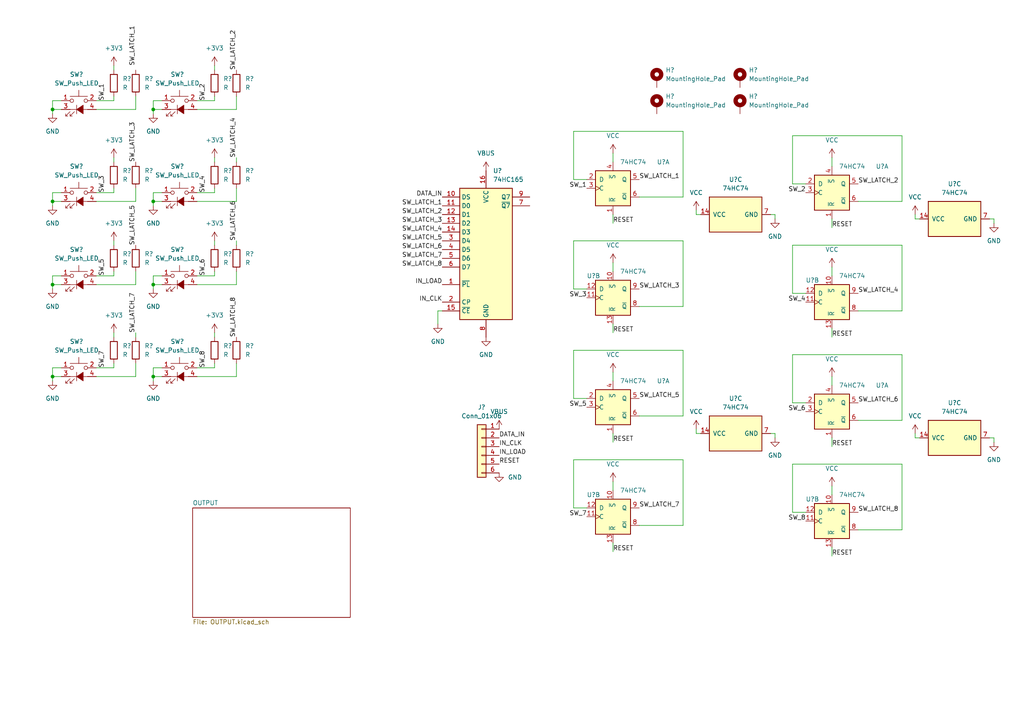
<source format=kicad_sch>
(kicad_sch (version 20211123) (generator eeschema)
  (paper "A4")
  (lib_symbols
    (symbol "74xx:74HC165"
      (property "Reference" "U" (at -7.62 19.05 0))
      (property "Value" "74HC165" (at -7.62 -21.59 0))
      (symbol "74HC165_1_0"
        (pin input line (at -12.7 -10.16 0) (length 5.08) (name "~{PL}") (number "1"))
        (pin input line (at -12.7 15.24 0) (length 5.08) (name "DS") (number "10"))
        (pin input line (at -12.7 12.7 0) (length 5.08) (name "D0") (number "11"))
        (pin input line (at -12.7 10.16 0) (length 5.08) (name "D1") (number "12"))
        (pin input line (at -12.7 7.62 0) (length 5.08) (name "D2") (number "13"))
        (pin input line (at -12.7 5.08 0) (length 5.08) (name "D3") (number "14"))
        (pin input line (at -12.7 -17.78 0) (length 5.08) (name "~{CE}") (number "15"))
        (pin power_in line (at 0 22.86 270) (length 5.08) (name "VCC") (number "16"))
        (pin input line (at -12.7 -15.24 0) (length 5.08) (name "CP") (number "2"))
        (pin input line (at -12.7 2.54 0) (length 5.08) (name "D4") (number "3"))
        (pin input line (at -12.7 0 0) (length 5.08) (name "D5") (number "4"))
        (pin input line (at -12.7 -2.54 0) (length 5.08) (name "D6") (number "5"))
        (pin input line (at -12.7 -5.08 0) (length 5.08) (name "D7") (number "6"))
        (pin output line (at 12.7 12.7 180) (length 5.08) (name "~{Q7}") (number "7"))
        (pin power_in line (at 0 -25.4 90) (length 5.08) (name "GND") (number "8"))
        (pin output line (at 12.7 15.24 180) (length 5.08) (name "Q7") (number "9"))
      )
      (symbol "74HC165_1_1"
        (rectangle (start -7.62 17.78) (end 7.62 -20.32) (stroke (width 0.254)) (fill (type background)))
      )
    )
    (symbol "74xx:74HC74" (pin_names (offset 1.016))
      (property "Reference" "U" (at -7.62 8.89 0))
      (property "Value" "74HC74" (at -7.62 -8.89 0))
      (symbol "74HC74_1_0"
        (pin input line (at 0 -7.62 90) (length 2.54) (name "~{R}") (number "1"))
        (pin input line (at -7.62 2.54 0) (length 2.54) (name "D") (number "2"))
        (pin input clock (at -7.62 0 0) (length 2.54) (name "C") (number "3"))
        (pin input line (at 0 7.62 270) (length 2.54) (name "~{S}") (number "4"))
        (pin output line (at 7.62 2.54 180) (length 2.54) (name "Q") (number "5"))
        (pin output line (at 7.62 -2.54 180) (length 2.54) (name "~{Q}") (number "6"))
      )
      (symbol "74HC74_1_1"
        (rectangle (start -5.08 5.08) (end 5.08 -5.08) (stroke (width 0.254)) (fill (type background)))
      )
      (symbol "74HC74_2_0"
        (pin input line (at 0 7.62 270) (length 2.54) (name "~{S}") (number "10"))
        (pin input clock (at -7.62 0 0) (length 2.54) (name "C") (number "11"))
        (pin input line (at -7.62 2.54 0) (length 2.54) (name "D") (number "12"))
        (pin input line (at 0 -7.62 90) (length 2.54) (name "~{R}") (number "13"))
        (pin output line (at 7.62 -2.54 180) (length 2.54) (name "~{Q}") (number "8"))
        (pin output line (at 7.62 2.54 180) (length 2.54) (name "Q") (number "9"))
      )
      (symbol "74HC74_2_1"
        (rectangle (start -5.08 5.08) (end 5.08 -5.08) (stroke (width 0.254)) (fill (type background)))
      )
      (symbol "74HC74_3_0"
        (pin power_in line (at 0 10.16 270) (length 2.54) (name "VCC") (number "14"))
        (pin power_in line (at 0 -10.16 90) (length 2.54) (name "GND") (number "7"))
      )
      (symbol "74HC74_3_1"
        (rectangle (start -5.08 7.62) (end 5.08 -7.62) (stroke (width 0.254)) (fill (type background)))
      )
    )
    (symbol "Connector_Generic:Conn_01x06" (pin_names (offset 1.016) hide)
      (property "Reference" "J" (at 0 7.62 0))
      (property "Value" "Conn_01x06" (at 0 -10.16 0))
      (symbol "Conn_01x06_1_1"
        (rectangle (start -1.27 -7.493) (end 0 -7.747) (stroke (width 0.1524)))
        (rectangle (start -1.27 -4.953) (end 0 -5.207) (stroke (width 0.1524)))
        (rectangle (start -1.27 -2.413) (end 0 -2.667) (stroke (width 0.1524)))
        (rectangle (start -1.27 0.127) (end 0 -0.127) (stroke (width 0.1524)))
        (rectangle (start -1.27 2.667) (end 0 2.413) (stroke (width 0.1524)))
        (rectangle (start -1.27 5.207) (end 0 4.953) (stroke (width 0.1524)))
        (rectangle (start -1.27 6.35) (end 1.27 -8.89) (stroke (width 0.254)) (fill (type background)))
        (pin passive line (at -5.08 5.08 0) (length 3.81) (name "Pin_1") (number "1"))
        (pin passive line (at -5.08 2.54 0) (length 3.81) (name "Pin_2") (number "2"))
        (pin passive line (at -5.08 0 0) (length 3.81) (name "Pin_3") (number "3"))
        (pin passive line (at -5.08 -2.54 0) (length 3.81) (name "Pin_4") (number "4"))
        (pin passive line (at -5.08 -5.08 0) (length 3.81) (name "Pin_5") (number "5"))
        (pin passive line (at -5.08 -7.62 0) (length 3.81) (name "Pin_6") (number "6"))
      )
    )
    (symbol "Device:R" (pin_numbers hide) (pin_names (offset 0))
      (property "Reference" "R" (at 2.032 0 90))
      (property "Value" "R" (at 0 0 90))
      (symbol "R_0_1"
        (rectangle (start -1.016 -2.54) (end 1.016 2.54) (stroke (width 0.254)))
      )
      (symbol "R_1_1"
        (pin passive line (at 0 3.81 270) (length 1.27) (name "~") (number "1"))
        (pin passive line (at 0 -3.81 90) (length 1.27) (name "~") (number "2"))
      )
    )
    (symbol "Mechanical:MountingHole_Pad" (pin_numbers hide) (pin_names (offset 1.016) hide)
      (property "Reference" "H" (at 0 6.35 0))
      (property "Value" "MountingHole_Pad" (at 0 4.445 0))
      (symbol "MountingHole_Pad_0_1"
        (circle (center 0 1.27) (radius 1.27) (stroke (width 1.27)))
      )
      (symbol "MountingHole_Pad_1_1"
        (pin input line (at 0 -2.54 90) (length 2.54) (name "1") (number "1"))
      )
    )
    (symbol "Switch:SW_Push_LED" (pin_names (offset 1.016) hide)
      (property "Reference" "SW" (at 0.635 5.715 0))
      (property "Value" "SW_Push_LED" (at 0 -3.175 0))
      (symbol "SW_Push_LED_0_0"
        (polyline (pts (xy -3.81 -1.905) (xy -2.54 -0.635)))
        (polyline (pts (xy -2.54 -1.905) (xy -1.27 -0.635)))
        (polyline (pts (xy -2.54 0) (xy 2.54 0)))
        (polyline (pts (xy -0.635 1.27) (xy -0.635 -1.27)))
        (polyline (pts (xy -3.81 -1.27) (xy -3.81 -1.905) (xy -3.175 -1.905)))
        (polyline (pts (xy -2.54 -1.27) (xy -2.54 -1.905) (xy -1.905 -1.905)))
        (polyline (pts (xy -0.635 0) (xy 1.27 1.27) (xy 1.27 -1.27) (xy -0.635 0)) (fill (type outline)))
      )
      (symbol "SW_Push_LED_0_1"
        (circle (center -2.032 2.54) (radius 0.508))
        (polyline (pts (xy 0 3.81) (xy 0 5.588)))
        (polyline (pts (xy 2.54 3.81) (xy -2.54 3.81)))
        (circle (center 2.032 2.54) (radius 0.508))
        (pin passive line (at -5.08 2.54 0) (length 2.54) (name "1") (number "1"))
        (pin passive line (at 5.08 2.54 180) (length 2.54) (name "2") (number "2"))
        (pin passive line (at -5.08 0 0) (length 2.54) (name "K") (number "3"))
        (pin passive line (at 5.08 0 180) (length 2.54) (name "A") (number "4"))
      )
    )
    (symbol "power:+3V3" (power) (pin_names (offset 0))
      (property "Value" "+3V3" (at 0 3.556 0))
      (symbol "+3V3_0_1"
        (polyline (pts (xy -0.762 1.27) (xy 0 2.54)))
        (polyline (pts (xy 0 0) (xy 0 2.54)))
        (polyline (pts (xy 0 2.54) (xy 0.762 1.27)))
      )
      (symbol "+3V3_1_1"
        (pin power_in line (at 0 0 90) (length 0) hide (name "+3V3") (number "1"))
      )
    )
    (symbol "power:GND" (power) (pin_names (offset 0))
      (property "Value" "GND" (at 0 -3.81 0))
      (symbol "GND_0_1"
        (polyline (pts (xy 0 0) (xy 0 -1.27) (xy 1.27 -1.27) (xy 0 -2.54) (xy -1.27 -1.27) (xy 0 -1.27)))
      )
      (symbol "GND_1_1"
        (pin power_in line (at 0 0 270) (length 0) hide (name "GND") (number "1"))
      )
    )
    (symbol "power:VBUS" (power) (pin_names (offset 0))
      (property "Value" "VBUS" (at 0 3.81 0))
      (symbol "VBUS_0_1"
        (polyline (pts (xy -0.762 1.27) (xy 0 2.54)))
        (polyline (pts (xy 0 0) (xy 0 2.54)))
        (polyline (pts (xy 0 2.54) (xy 0.762 1.27)))
      )
      (symbol "VBUS_1_1"
        (pin power_in line (at 0 0 90) (length 0) hide (name "VBUS") (number "1"))
      )
    )
    (symbol "power:VCC" (power) (pin_names (offset 0))
      (property "Value" "VCC" (at 0 3.81 0))
      (symbol "VCC_0_1"
        (polyline (pts (xy -0.762 1.27) (xy 0 2.54)))
        (polyline (pts (xy 0 0) (xy 0 2.54)))
        (polyline (pts (xy 0 2.54) (xy 0.762 1.27)))
      )
      (symbol "VCC_1_1"
        (pin power_in line (at 0 0 90) (length 0) hide (name "VCC") (number "1"))
      )
    )
  )
  (junction (at 44.45 58.42))
  (junction (at 15.24 31.75))
  (junction (at 44.45 82.55))
  (junction (at 15.24 109.22))
  (junction (at 15.24 82.55))
  (junction (at 44.45 31.75))
  (junction (at 15.24 58.42))
  (junction (at 44.45 109.22))
  (wire (pts (xy 39.37 54.61) (xy 39.37 58.42)))
  (wire (pts (xy 27.94 106.68) (xy 33.02 106.68)))
  (wire (pts (xy 177.8 93.98) (xy 177.8 96.52)))
  (wire (pts (xy 261.62 58.42) (xy 261.62 39.37)))
  (wire (pts (xy 177.8 44.45) (xy 177.8 46.99)))
  (wire (pts (xy 224.79 127) (xy 224.79 125.73)))
  (wire (pts (xy 33.02 19.05) (xy 33.02 20.32)))
  (wire (pts (xy 27.94 58.42) (xy 39.37 58.42)))
  (wire (pts (xy 198.12 57.15) (xy 198.12 38.1)))
  (wire (pts (xy 177.8 76.2) (xy 177.8 78.74)))
  (wire (pts (xy 15.24 110.49) (xy 15.24 109.22)))
  (wire (pts (xy 198.12 152.4) (xy 198.12 133.35)))
  (wire (pts (xy 62.23 106.68) (xy 62.23 105.41)))
  (wire (pts (xy 15.24 82.55) (xy 17.78 82.55)))
  (wire (pts (xy 57.15 29.21) (xy 62.23 29.21)))
  (wire (pts (xy 229.87 116.84) (xy 233.68 116.84)))
  (wire (pts (xy 261.62 90.17) (xy 261.62 71.12)))
  (wire (pts (xy 201.93 62.23) (xy 203.2 62.23)))
  (wire (pts (xy 229.87 148.59) (xy 233.68 148.59)))
  (wire (pts (xy 241.3 158.75) (xy 241.3 161.29)))
  (wire (pts (xy 15.24 106.68) (xy 17.78 106.68)))
  (wire (pts (xy 62.23 80.01) (xy 62.23 78.74)))
  (wire (pts (xy 198.12 38.1) (xy 166.37 38.1)))
  (wire (pts (xy 68.58 105.41) (xy 68.58 109.22)))
  (wire (pts (xy 201.93 60.96) (xy 201.93 62.23)))
  (wire (pts (xy 44.45 55.88) (xy 46.99 55.88)))
  (wire (pts (xy 166.37 115.57) (xy 170.18 115.57)))
  (wire (pts (xy 27.94 55.88) (xy 33.02 55.88)))
  (wire (pts (xy 62.23 55.88) (xy 62.23 54.61)))
  (wire (pts (xy 39.37 78.74) (xy 39.37 82.55)))
  (wire (pts (xy 198.12 69.85) (xy 166.37 69.85)))
  (wire (pts (xy 261.62 102.87) (xy 229.87 102.87)))
  (wire (pts (xy 57.15 31.75) (xy 68.58 31.75)))
  (wire (pts (xy 177.8 107.95) (xy 177.8 110.49)))
  (wire (pts (xy 198.12 133.35) (xy 166.37 133.35)))
  (wire (pts (xy 248.92 121.92) (xy 261.62 121.92)))
  (wire (pts (xy 44.45 58.42) (xy 46.99 58.42)))
  (wire (pts (xy 185.42 152.4) (xy 198.12 152.4)))
  (wire (pts (xy 15.24 80.01) (xy 17.78 80.01)))
  (wire (pts (xy 44.45 83.82) (xy 44.45 82.55)))
  (wire (pts (xy 166.37 83.82) (xy 170.18 83.82)))
  (wire (pts (xy 127 90.17) (xy 128.27 90.17)))
  (wire (pts (xy 198.12 101.6) (xy 166.37 101.6)))
  (wire (pts (xy 15.24 109.22) (xy 17.78 109.22)))
  (wire (pts (xy 33.02 96.52) (xy 33.02 97.79)))
  (wire (pts (xy 241.3 109.22) (xy 241.3 111.76)))
  (wire (pts (xy 166.37 69.85) (xy 166.37 83.82)))
  (wire (pts (xy 265.43 125.73) (xy 265.43 127)))
  (wire (pts (xy 224.79 63.5) (xy 224.79 62.23)))
  (wire (pts (xy 62.23 19.05) (xy 62.23 20.32)))
  (wire (pts (xy 44.45 82.55) (xy 44.45 80.01)))
  (wire (pts (xy 241.3 77.47) (xy 241.3 80.01)))
  (wire (pts (xy 265.43 63.5) (xy 266.7 63.5)))
  (wire (pts (xy 261.62 121.92) (xy 261.62 102.87)))
  (wire (pts (xy 229.87 134.62) (xy 229.87 148.59)))
  (wire (pts (xy 33.02 106.68) (xy 33.02 105.41)))
  (wire (pts (xy 44.45 29.21) (xy 46.99 29.21)))
  (wire (pts (xy 44.45 80.01) (xy 46.99 80.01)))
  (wire (pts (xy 15.24 31.75) (xy 15.24 29.21)))
  (wire (pts (xy 68.58 27.94) (xy 68.58 31.75)))
  (wire (pts (xy 15.24 33.02) (xy 15.24 31.75)))
  (wire (pts (xy 241.3 140.97) (xy 241.3 143.51)))
  (wire (pts (xy 57.15 109.22) (xy 68.58 109.22)))
  (wire (pts (xy 265.43 127) (xy 266.7 127)))
  (wire (pts (xy 241.3 95.25) (xy 241.3 97.79)))
  (wire (pts (xy 15.24 31.75) (xy 17.78 31.75)))
  (wire (pts (xy 44.45 109.22) (xy 44.45 106.68)))
  (wire (pts (xy 166.37 147.32) (xy 170.18 147.32)))
  (wire (pts (xy 241.3 63.5) (xy 241.3 66.04)))
  (wire (pts (xy 127 93.98) (xy 127 90.17)))
  (wire (pts (xy 44.45 58.42) (xy 44.45 55.88)))
  (wire (pts (xy 62.23 29.21) (xy 62.23 27.94)))
  (wire (pts (xy 15.24 59.69) (xy 15.24 58.42)))
  (wire (pts (xy 62.23 45.72) (xy 62.23 46.99)))
  (wire (pts (xy 177.8 125.73) (xy 177.8 128.27)))
  (wire (pts (xy 57.15 80.01) (xy 62.23 80.01)))
  (wire (pts (xy 166.37 52.07) (xy 170.18 52.07)))
  (wire (pts (xy 229.87 53.34) (xy 233.68 53.34)))
  (wire (pts (xy 201.93 124.46) (xy 201.93 125.73)))
  (wire (pts (xy 33.02 80.01) (xy 33.02 78.74)))
  (wire (pts (xy 15.24 109.22) (xy 15.24 106.68)))
  (wire (pts (xy 288.29 127) (xy 287.02 127)))
  (wire (pts (xy 44.45 109.22) (xy 46.99 109.22)))
  (wire (pts (xy 57.15 106.68) (xy 62.23 106.68)))
  (wire (pts (xy 241.3 45.72) (xy 241.3 48.26)))
  (wire (pts (xy 201.93 125.73) (xy 203.2 125.73)))
  (wire (pts (xy 177.8 157.48) (xy 177.8 160.02)))
  (wire (pts (xy 261.62 153.67) (xy 261.62 134.62)))
  (wire (pts (xy 224.79 125.73) (xy 223.52 125.73)))
  (wire (pts (xy 198.12 120.65) (xy 198.12 101.6)))
  (wire (pts (xy 33.02 45.72) (xy 33.02 46.99)))
  (wire (pts (xy 265.43 62.23) (xy 265.43 63.5)))
  (wire (pts (xy 62.23 96.52) (xy 62.23 97.79)))
  (wire (pts (xy 68.58 69.85) (xy 68.58 71.12)))
  (wire (pts (xy 27.94 80.01) (xy 33.02 80.01)))
  (wire (pts (xy 261.62 71.12) (xy 229.87 71.12)))
  (wire (pts (xy 27.94 29.21) (xy 33.02 29.21)))
  (wire (pts (xy 39.37 27.94) (xy 39.37 31.75)))
  (wire (pts (xy 44.45 59.69) (xy 44.45 58.42)))
  (wire (pts (xy 241.3 127) (xy 241.3 129.54)))
  (wire (pts (xy 39.37 96.52) (xy 39.37 97.79)))
  (wire (pts (xy 15.24 55.88) (xy 17.78 55.88)))
  (wire (pts (xy 44.45 33.02) (xy 44.45 31.75)))
  (wire (pts (xy 33.02 55.88) (xy 33.02 54.61)))
  (wire (pts (xy 62.23 69.85) (xy 62.23 71.12)))
  (wire (pts (xy 15.24 58.42) (xy 17.78 58.42)))
  (wire (pts (xy 229.87 102.87) (xy 229.87 116.84)))
  (wire (pts (xy 166.37 38.1) (xy 166.37 52.07)))
  (wire (pts (xy 248.92 58.42) (xy 261.62 58.42)))
  (wire (pts (xy 288.29 128.27) (xy 288.29 127)))
  (wire (pts (xy 198.12 88.9) (xy 198.12 69.85)))
  (wire (pts (xy 229.87 71.12) (xy 229.87 85.09)))
  (wire (pts (xy 166.37 101.6) (xy 166.37 115.57)))
  (wire (pts (xy 177.8 62.23) (xy 177.8 64.77)))
  (wire (pts (xy 166.37 133.35) (xy 166.37 147.32)))
  (wire (pts (xy 288.29 64.77) (xy 288.29 63.5)))
  (wire (pts (xy 15.24 83.82) (xy 15.24 82.55)))
  (wire (pts (xy 27.94 109.22) (xy 39.37 109.22)))
  (wire (pts (xy 33.02 29.21) (xy 33.02 27.94)))
  (wire (pts (xy 57.15 58.42) (xy 68.58 58.42)))
  (wire (pts (xy 68.58 45.72) (xy 68.58 46.99)))
  (wire (pts (xy 248.92 153.67) (xy 261.62 153.67)))
  (wire (pts (xy 288.29 63.5) (xy 287.02 63.5)))
  (wire (pts (xy 185.42 120.65) (xy 198.12 120.65)))
  (wire (pts (xy 57.15 82.55) (xy 68.58 82.55)))
  (wire (pts (xy 229.87 85.09) (xy 233.68 85.09)))
  (wire (pts (xy 57.15 55.88) (xy 62.23 55.88)))
  (wire (pts (xy 68.58 54.61) (xy 68.58 58.42)))
  (wire (pts (xy 27.94 82.55) (xy 39.37 82.55)))
  (wire (pts (xy 44.45 31.75) (xy 44.45 29.21)))
  (wire (pts (xy 33.02 69.85) (xy 33.02 71.12)))
  (wire (pts (xy 27.94 31.75) (xy 39.37 31.75)))
  (wire (pts (xy 15.24 82.55) (xy 15.24 80.01)))
  (wire (pts (xy 39.37 105.41) (xy 39.37 109.22)))
  (wire (pts (xy 44.45 106.68) (xy 46.99 106.68)))
  (wire (pts (xy 229.87 39.37) (xy 229.87 53.34)))
  (wire (pts (xy 44.45 110.49) (xy 44.45 109.22)))
  (wire (pts (xy 44.45 31.75) (xy 46.99 31.75)))
  (wire (pts (xy 44.45 82.55) (xy 46.99 82.55)))
  (wire (pts (xy 261.62 39.37) (xy 229.87 39.37)))
  (wire (pts (xy 224.79 62.23) (xy 223.52 62.23)))
  (wire (pts (xy 177.8 139.7) (xy 177.8 142.24)))
  (wire (pts (xy 185.42 88.9) (xy 198.12 88.9)))
  (wire (pts (xy 248.92 90.17) (xy 261.62 90.17)))
  (wire (pts (xy 15.24 58.42) (xy 15.24 55.88)))
  (wire (pts (xy 15.24 29.21) (xy 17.78 29.21)))
  (wire (pts (xy 261.62 134.62) (xy 229.87 134.62)))
  (wire (pts (xy 68.58 78.74) (xy 68.58 82.55)))
  (wire (pts (xy 185.42 57.15) (xy 198.12 57.15)))
  (label "RESET" (at 241.3 66.04 0))
  (label "SW_LATCH_6" (at 128.27 72.39 180))
  (label "SW_5" (at 30.48 80.01 90))
  (label "RESET" (at 241.3 161.29 0))
  (label "SW_6" (at 59.69 80.01 90))
  (label "SW_1" (at 30.48 29.21 90))
  (label "SW_LATCH_2" (at 68.58 20.32 90))
  (label "SW_1" (at 170.18 54.61 180))
  (label "SW_LATCH_3" (at 39.37 46.99 90))
  (label "SW_LATCH_5" (at 39.37 71.12 90))
  (label "SW_LATCH_1" (at 39.37 19.05 90))
  (label "SW_4" (at 59.69 55.88 90))
  (label "SW_3" (at 170.18 86.36 180))
  (label "SW_LATCH_4" (at 68.58 45.72 90))
  (label "SW_LATCH_2" (at 128.27 62.23 180))
  (label "SW_LATCH_2" (at 248.92 53.34 0))
  (label "SW_LATCH_8" (at 128.27 77.47 180))
  (label "IN_CLK" (at 128.27 87.63 180))
  (label "SW_8" (at 59.69 106.68 90))
  (label "SW_6" (at 233.68 119.38 180))
  (label "SW_LATCH_7" (at 185.42 147.32 0))
  (label "SW_LATCH_1" (at 128.27 59.69 180))
  (label "RESET" (at 144.78 134.62 0))
  (label "SW_LATCH_7" (at 128.27 74.93 180))
  (label "SW_7" (at 170.18 149.86 180))
  (label "SW_2" (at 233.68 55.88 180))
  (label "RESET" (at 241.3 97.79 0))
  (label "SW_LATCH_8" (at 68.58 97.79 90))
  (label "SW_8" (at 233.68 151.13 180))
  (label "SW_3" (at 30.48 55.88 90))
  (label "IN_CLK" (at 144.78 129.54 0))
  (label "IN_LOAD" (at 144.78 132.08 0))
  (label "SW_7" (at 30.48 106.68 90))
  (label "SW_LATCH_8" (at 248.92 148.59 0))
  (label "RESET" (at 177.8 64.77 0))
  (label "SW_LATCH_1" (at 185.42 52.07 0))
  (label "RESET" (at 177.8 128.27 0))
  (label "SW_LATCH_4" (at 128.27 67.31 180))
  (label "RESET" (at 177.8 96.52 0))
  (label "DATA_IN" (at 128.27 57.15 180))
  (label "SW_LATCH_5" (at 128.27 69.85 180))
  (label "SW_LATCH_5" (at 185.42 115.57 0))
  (label "SW_LATCH_6" (at 68.58 69.85 90))
  (label "IN_LOAD" (at 128.27 82.55 180))
  (label "DATA_IN" (at 144.78 127 0))
  (label "RESET" (at 177.8 160.02 0))
  (label "SW_5" (at 170.18 118.11 180))
  (label "SW_LATCH_3" (at 185.42 83.82 0))
  (label "SW_LATCH_4" (at 248.92 85.09 0))
  (label "SW_LATCH_7" (at 39.37 96.52 90))
  (label "SW_4" (at 233.68 87.63 180))
  (label "SW_LATCH_3" (at 128.27 64.77 180))
  (label "SW_2" (at 59.69 29.21 90))
  (label "RESET" (at 241.3 129.54 0))
  (label "SW_LATCH_6" (at 248.92 116.84 0))
  (symbol (lib_id "74xx:74HC74") (at 276.86 127 90) (unit 3)
    (property "Reference" "U?" (at 276.86 116.84 90))
    (property "Value" "74HC74" (at 276.86 119.38 90))
    (property "Datasheet" "74xx/74hc_hct74.pdf" (effects hide))
  )
  (symbol (lib_id "Device:R") (at 33.02 24.13 180) (unit 1)
    (property "Reference" "R?" (at 35.56 22.8599 0) (effects (justify right)))
    (property "Value" "R" (at 35.56 25.3999 0) (effects (justify right)))
  )
  (symbol (lib_id "power:+3V3") (at 62.23 19.05 0) (unit 1)
    (property "Reference" "#PWR?" (effects hide))
    (property "Value" "+3V3" (at 62.23 13.97 0))
  )
  (symbol (lib_id "74xx:74HC165") (at 140.97 72.39 0) (unit 1)
    (property "Reference" "U?" (at 142.9894 49.53 0) (effects (justify left)))
    (property "Value" "74HC165" (at 142.9894 52.07 0) (effects (justify left)))
    (property "Datasheet" "https://assets.nexperia.com/documents/data-sheet/74HC_HCT165.pdf" (effects hide))
  )
  (symbol (lib_id "power:GND") (at 44.45 59.69 0) (unit 1)
    (property "Reference" "#PWR?" (effects hide))
    (property "Value" "GND" (at 44.45 64.77 0))
  )
  (symbol (lib_id "Device:R") (at 62.23 24.13 180) (unit 1)
    (property "Reference" "R?" (at 64.77 22.8599 0) (effects (justify right)))
    (property "Value" "R" (at 64.77 25.3999 0) (effects (justify right)))
  )
  (symbol (lib_id "74xx:74HC74") (at 213.36 125.73 90) (unit 3)
    (property "Reference" "U?" (at 213.36 115.57 90))
    (property "Value" "74HC74" (at 213.36 118.11 90))
    (property "Datasheet" "74xx/74hc_hct74.pdf" (effects hide))
  )
  (symbol (lib_id "power:VBUS") (at 140.97 49.53 0) (unit 1)
    (property "Reference" "#PWR?" (effects hide))
    (property "Value" "VBUS" (at 140.97 44.45 0))
  )
  (symbol (lib_id "74xx:74HC74") (at 177.8 118.11 0) (unit 1)
    (property "Reference" "U?" (at 190.5 110.49 0) (effects (justify left)))
    (property "Value" "74HC74" (at 179.8194 110.49 0) (effects (justify left)))
    (property "Datasheet" "74xx/74hc_hct74.pdf" (effects hide))
  )
  (symbol (lib_id "Device:R") (at 39.37 50.8 180) (unit 1)
    (property "Reference" "R?" (at 41.91 49.5299 0) (effects (justify right)))
    (property "Value" "R" (at 41.91 52.0699 0) (effects (justify right)))
  )
  (symbol (lib_id "74xx:74HC74") (at 213.36 62.23 90) (unit 3)
    (property "Reference" "U?" (at 213.36 52.07 90))
    (property "Value" "74HC74" (at 213.36 54.61 90))
    (property "Datasheet" "74xx/74hc_hct74.pdf" (effects hide))
  )
  (symbol (lib_id "Device:R") (at 62.23 50.8 180) (unit 1)
    (property "Reference" "R?" (at 64.77 49.5299 0) (effects (justify right)))
    (property "Value" "R" (at 64.77 52.0699 0) (effects (justify right)))
  )
  (symbol (lib_id "Switch:SW_Push_LED") (at 52.07 31.75 0) (unit 1)
    (property "Reference" "SW?" (at 51.435 21.59 0))
    (property "Value" "SW_Push_LED" (at 51.435 24.13 0))
  )
  (symbol (lib_id "power:VCC") (at 241.3 77.47 0) (unit 1)
    (property "Reference" "#PWR?" (effects hide))
    (property "Value" "VCC" (at 241.3 72.39 0))
  )
  (symbol (lib_id "Device:R") (at 62.23 74.93 180) (unit 1)
    (property "Reference" "R?" (at 64.77 73.6599 0) (effects (justify right)))
    (property "Value" "R" (at 64.77 76.1999 0) (effects (justify right)))
  )
  (symbol (lib_id "power:GND") (at 15.24 110.49 0) (unit 1)
    (property "Reference" "#PWR?" (effects hide))
    (property "Value" "GND" (at 15.24 115.57 0))
  )
  (symbol (lib_id "74xx:74HC74") (at 241.3 151.13 0) (unit 2)
    (property "Reference" "U?" (at 233.68 144.78 0) (effects (justify left)))
    (property "Value" "74HC74" (at 243.3194 143.51 0) (effects (justify left)))
    (property "Datasheet" "74xx/74hc_hct74.pdf" (effects hide))
  )
  (symbol (lib_id "power:GND") (at 44.45 110.49 0) (unit 1)
    (property "Reference" "#PWR?" (effects hide))
    (property "Value" "GND" (at 44.45 115.57 0))
  )
  (symbol (lib_id "power:+3V3") (at 33.02 69.85 0) (unit 1)
    (property "Reference" "#PWR?" (effects hide))
    (property "Value" "+3V3" (at 33.02 64.77 0))
  )
  (symbol (lib_id "Device:R") (at 39.37 24.13 180) (unit 1)
    (property "Reference" "R?" (at 41.91 22.8599 0) (effects (justify right)))
    (property "Value" "R" (at 41.91 25.3999 0) (effects (justify right)))
  )
  (symbol (lib_id "power:+3V3") (at 33.02 19.05 0) (unit 1)
    (property "Reference" "#PWR?" (effects hide))
    (property "Value" "+3V3" (at 33.02 13.97 0))
  )
  (symbol (lib_id "power:VCC") (at 177.8 76.2 0) (unit 1)
    (property "Reference" "#PWR?" (effects hide))
    (property "Value" "VCC" (at 177.8 71.12 0))
  )
  (symbol (lib_id "Device:R") (at 33.02 101.6 180) (unit 1)
    (property "Reference" "R?" (at 35.56 100.3299 0) (effects (justify right)))
    (property "Value" "R" (at 35.56 102.8699 0) (effects (justify right)))
  )
  (symbol (lib_id "power:VCC") (at 177.8 139.7 0) (unit 1)
    (property "Reference" "#PWR?" (effects hide))
    (property "Value" "VCC" (at 177.8 134.62 0))
  )
  (symbol (lib_id "power:GND") (at 144.78 137.16 0) (unit 1)
    (property "Reference" "#PWR?" (effects hide))
    (property "Value" "GND" (at 147.32 138.4299 0) (effects (justify left)))
  )
  (symbol (lib_id "power:GND") (at 15.24 59.69 0) (unit 1)
    (property "Reference" "#PWR?" (effects hide))
    (property "Value" "GND" (at 15.24 64.77 0))
  )
  (symbol (lib_id "74xx:74HC74") (at 241.3 55.88 0) (unit 1)
    (property "Reference" "U?" (at 254 48.26 0) (effects (justify left)))
    (property "Value" "74HC74" (at 243.3194 48.26 0) (effects (justify left)))
    (property "Datasheet" "74xx/74hc_hct74.pdf" (effects hide))
  )
  (symbol (lib_id "Device:R") (at 33.02 50.8 180) (unit 1)
    (property "Reference" "R?" (at 35.56 49.5299 0) (effects (justify right)))
    (property "Value" "R" (at 35.56 52.0699 0) (effects (justify right)))
  )
  (symbol (lib_id "Device:R") (at 62.23 101.6 180) (unit 1)
    (property "Reference" "R?" (at 64.77 100.3299 0) (effects (justify right)))
    (property "Value" "R" (at 64.77 102.8699 0) (effects (justify right)))
  )
  (symbol (lib_id "power:GND") (at 15.24 33.02 0) (unit 1)
    (property "Reference" "#PWR?" (effects hide))
    (property "Value" "GND" (at 15.24 38.1 0))
  )
  (symbol (lib_id "Device:R") (at 39.37 101.6 180) (unit 1)
    (property "Reference" "R?" (at 41.91 100.3299 0) (effects (justify right)))
    (property "Value" "R" (at 41.91 102.8699 0) (effects (justify right)))
  )
  (symbol (lib_id "Switch:SW_Push_LED") (at 52.07 82.55 0) (unit 1)
    (property "Reference" "SW?" (at 51.435 72.39 0))
    (property "Value" "SW_Push_LED" (at 51.435 74.93 0))
  )
  (symbol (lib_id "power:GND") (at 288.29 64.77 0) (unit 1)
    (property "Reference" "#PWR?" (effects hide))
    (property "Value" "GND" (at 288.29 69.85 0))
  )
  (symbol (lib_id "power:VCC") (at 201.93 124.46 0) (unit 1)
    (property "Reference" "#PWR?" (effects hide))
    (property "Value" "VCC" (at 201.93 119.38 0))
  )
  (symbol (lib_id "power:VCC") (at 265.43 62.23 0) (unit 1)
    (property "Reference" "#PWR?" (effects hide))
    (property "Value" "VCC" (at 265.43 57.15 0))
  )
  (symbol (lib_id "power:VCC") (at 177.8 44.45 0) (unit 1)
    (property "Reference" "#PWR?" (effects hide))
    (property "Value" "VCC" (at 177.8 39.37 0))
  )
  (symbol (lib_id "power:GND") (at 288.29 128.27 0) (unit 1)
    (property "Reference" "#PWR?" (effects hide))
    (property "Value" "GND" (at 288.29 133.35 0))
  )
  (symbol (lib_id "power:+3V3") (at 33.02 45.72 0) (unit 1)
    (property "Reference" "#PWR?" (effects hide))
    (property "Value" "+3V3" (at 33.02 40.64 0))
  )
  (symbol (lib_id "power:VCC") (at 241.3 45.72 0) (unit 1)
    (property "Reference" "#PWR?" (effects hide))
    (property "Value" "VCC" (at 241.3 40.64 0))
  )
  (symbol (lib_id "power:+3V3") (at 62.23 69.85 0) (unit 1)
    (property "Reference" "#PWR?" (effects hide))
    (property "Value" "+3V3" (at 62.23 64.77 0))
  )
  (symbol (lib_id "power:+3V3") (at 62.23 96.52 0) (unit 1)
    (property "Reference" "#PWR?" (effects hide))
    (property "Value" "+3V3" (at 62.23 91.44 0))
  )
  (symbol (lib_id "power:GND") (at 140.97 97.79 0) (unit 1)
    (property "Reference" "#PWR?" (effects hide))
    (property "Value" "GND" (at 140.97 102.87 0))
  )
  (symbol (lib_id "Switch:SW_Push_LED") (at 22.86 109.22 0) (unit 1)
    (property "Reference" "SW?" (at 22.225 99.06 0))
    (property "Value" "SW_Push_LED" (at 22.225 101.6 0))
  )
  (symbol (lib_id "Mechanical:MountingHole_Pad") (at 214.63 22.86 0) (unit 1)
    (property "Reference" "H?" (at 217.17 20.3199 0) (effects (justify left)))
    (property "Value" "MountingHole_Pad" (at 217.17 22.8599 0) (effects (justify left)))
  )
  (symbol (lib_id "power:GND") (at 224.79 63.5 0) (unit 1)
    (property "Reference" "#PWR?" (effects hide))
    (property "Value" "GND" (at 224.79 68.58 0))
  )
  (symbol (lib_id "Mechanical:MountingHole_Pad") (at 190.5 22.86 0) (unit 1)
    (property "Reference" "H?" (at 193.04 20.3199 0) (effects (justify left)))
    (property "Value" "MountingHole_Pad" (at 193.04 22.8599 0) (effects (justify left)))
  )
  (symbol (lib_id "power:GND") (at 15.24 83.82 0) (unit 1)
    (property "Reference" "#PWR?" (effects hide))
    (property "Value" "GND" (at 15.24 88.9 0))
  )
  (symbol (lib_id "Mechanical:MountingHole_Pad") (at 190.5 30.48 0) (unit 1)
    (property "Reference" "H?" (at 193.04 27.9399 0) (effects (justify left)))
    (property "Value" "MountingHole_Pad" (at 193.04 30.4799 0) (effects (justify left)))
  )
  (symbol (lib_id "power:+3V3") (at 62.23 45.72 0) (unit 1)
    (property "Reference" "#PWR?" (effects hide))
    (property "Value" "+3V3" (at 62.23 40.64 0))
  )
  (symbol (lib_id "Switch:SW_Push_LED") (at 52.07 58.42 0) (unit 1)
    (property "Reference" "SW?" (at 51.435 48.26 0))
    (property "Value" "SW_Push_LED" (at 51.435 50.8 0))
  )
  (symbol (lib_id "power:GND") (at 44.45 83.82 0) (unit 1)
    (property "Reference" "#PWR?" (effects hide))
    (property "Value" "GND" (at 44.45 88.9 0))
  )
  (symbol (lib_id "power:GND") (at 44.45 33.02 0) (unit 1)
    (property "Reference" "#PWR?" (effects hide))
    (property "Value" "GND" (at 44.45 38.1 0))
  )
  (symbol (lib_id "power:VCC") (at 177.8 107.95 0) (unit 1)
    (property "Reference" "#PWR?" (effects hide))
    (property "Value" "VCC" (at 177.8 102.87 0))
  )
  (symbol (lib_id "Switch:SW_Push_LED") (at 22.86 82.55 0) (unit 1)
    (property "Reference" "SW?" (at 22.225 72.39 0))
    (property "Value" "SW_Push_LED" (at 22.225 74.93 0))
  )
  (symbol (lib_id "power:GND") (at 224.79 127 0) (unit 1)
    (property "Reference" "#PWR?" (effects hide))
    (property "Value" "GND" (at 224.79 132.08 0))
  )
  (symbol (lib_id "74xx:74HC74") (at 177.8 54.61 0) (unit 1)
    (property "Reference" "U?" (at 190.5 46.99 0) (effects (justify left)))
    (property "Value" "74HC74" (at 179.8194 46.99 0) (effects (justify left)))
    (property "Datasheet" "74xx/74hc_hct74.pdf" (effects hide))
  )
  (symbol (lib_id "74xx:74HC74") (at 276.86 63.5 90) (unit 3)
    (property "Reference" "U?" (at 276.86 53.34 90))
    (property "Value" "74HC74" (at 276.86 55.88 90))
    (property "Datasheet" "74xx/74hc_hct74.pdf" (effects hide))
  )
  (symbol (lib_id "power:GND") (at 127 93.98 0) (unit 1)
    (property "Reference" "#PWR?" (effects hide))
    (property "Value" "GND" (at 127 99.06 0))
  )
  (symbol (lib_id "power:+3V3") (at 33.02 96.52 0) (unit 1)
    (property "Reference" "#PWR?" (effects hide))
    (property "Value" "+3V3" (at 33.02 91.44 0))
  )
  (symbol (lib_id "Mechanical:MountingHole_Pad") (at 214.63 30.48 0) (unit 1)
    (property "Reference" "H?" (at 217.17 27.9399 0) (effects (justify left)))
    (property "Value" "MountingHole_Pad" (at 217.17 30.4799 0) (effects (justify left)))
  )
  (symbol (lib_id "Device:R") (at 68.58 24.13 180) (unit 1)
    (property "Reference" "R?" (at 71.12 22.8599 0) (effects (justify right)))
    (property "Value" "R" (at 71.12 25.3999 0) (effects (justify right)))
  )
  (symbol (lib_id "Device:R") (at 68.58 50.8 180) (unit 1)
    (property "Reference" "R?" (at 71.12 49.5299 0) (effects (justify right)))
    (property "Value" "R" (at 71.12 52.0699 0) (effects (justify right)))
  )
  (symbol (lib_id "Device:R") (at 68.58 74.93 180) (unit 1)
    (property "Reference" "R?" (at 71.12 73.6599 0) (effects (justify right)))
    (property "Value" "R" (at 71.12 76.1999 0) (effects (justify right)))
  )
  (symbol (lib_id "74xx:74HC74") (at 241.3 119.38 0) (unit 1)
    (property "Reference" "U?" (at 254 111.76 0) (effects (justify left)))
    (property "Value" "74HC74" (at 243.3194 111.76 0) (effects (justify left)))
    (property "Datasheet" "74xx/74hc_hct74.pdf" (effects hide))
  )
  (symbol (lib_id "Device:R") (at 39.37 74.93 180) (unit 1)
    (property "Reference" "R?" (at 41.91 73.6599 0) (effects (justify right)))
    (property "Value" "R" (at 41.91 76.1999 0) (effects (justify right)))
  )
  (symbol (lib_id "Switch:SW_Push_LED") (at 52.07 109.22 0) (unit 1)
    (property "Reference" "SW?" (at 51.435 99.06 0))
    (property "Value" "SW_Push_LED" (at 51.435 101.6 0))
  )
  (symbol (lib_id "Device:R") (at 33.02 74.93 180) (unit 1)
    (property "Reference" "R?" (at 35.56 73.6599 0) (effects (justify right)))
    (property "Value" "R" (at 35.56 76.1999 0) (effects (justify right)))
  )
  (symbol (lib_id "power:VCC") (at 201.93 60.96 0) (unit 1)
    (property "Reference" "#PWR?" (effects hide))
    (property "Value" "VCC" (at 201.93 55.88 0))
  )
  (symbol (lib_id "power:VBUS") (at 144.78 124.46 0) (unit 1)
    (property "Reference" "#PWR?" (effects hide))
    (property "Value" "VBUS" (at 144.78 119.38 0))
  )
  (symbol (lib_id "74xx:74HC74") (at 177.8 86.36 0) (unit 2)
    (property "Reference" "U?" (at 170.18 80.01 0) (effects (justify left)))
    (property "Value" "74HC74" (at 179.8194 78.74 0) (effects (justify left)))
    (property "Datasheet" "74xx/74hc_hct74.pdf" (effects hide))
  )
  (symbol (lib_id "power:VCC") (at 241.3 140.97 0) (unit 1)
    (property "Reference" "#PWR?" (effects hide))
    (property "Value" "VCC" (at 241.3 135.89 0))
  )
  (symbol (lib_id "Switch:SW_Push_LED") (at 22.86 31.75 0) (unit 1)
    (property "Reference" "SW?" (at 22.225 21.59 0))
    (property "Value" "SW_Push_LED" (at 22.225 24.13 0))
  )
  (symbol (lib_id "Device:R") (at 68.58 101.6 180) (unit 1)
    (property "Reference" "R?" (at 71.12 100.3299 0) (effects (justify right)))
    (property "Value" "R" (at 71.12 102.8699 0) (effects (justify right)))
  )
  (symbol (lib_id "Connector_Generic:Conn_01x06") (at 139.7 129.54 0) (mirror y) (unit 1)
    (property "Reference" "J?" (at 139.7 118.11 0))
    (property "Value" "Conn_01x06" (at 139.7 120.65 0))
  )
  (symbol (lib_id "power:VCC") (at 241.3 109.22 0) (unit 1)
    (property "Reference" "#PWR?" (effects hide))
    (property "Value" "VCC" (at 241.3 104.14 0))
  )
  (symbol (lib_id "74xx:74HC74") (at 241.3 87.63 0) (unit 2)
    (property "Reference" "U?" (at 233.68 81.28 0) (effects (justify left)))
    (property "Value" "74HC74" (at 243.3194 80.01 0) (effects (justify left)))
    (property "Datasheet" "74xx/74hc_hct74.pdf" (effects hide))
  )
  (symbol (lib_id "Switch:SW_Push_LED") (at 22.86 58.42 0) (unit 1)
    (property "Reference" "SW?" (at 22.225 48.26 0))
    (property "Value" "SW_Push_LED" (at 22.225 50.8 0))
  )
  (symbol (lib_id "power:VCC") (at 265.43 125.73 0) (unit 1)
    (property "Reference" "#PWR?" (effects hide))
    (property "Value" "VCC" (at 265.43 120.65 0))
  )
  (symbol (lib_id "74xx:74HC74") (at 177.8 149.86 0) (unit 2)
    (property "Reference" "U?" (at 170.18 143.51 0) (effects (justify left)))
    (property "Value" "74HC74" (at 179.8194 142.24 0) (effects (justify left)))
    (property "Datasheet" "74xx/74hc_hct74.pdf" (effects hide))
  )
  (sheet (at 55.88 147.32) (size 45.72 31.75) (stroke (width 0.1524))
    (property "Sheet name" "OUTPUT" (at 55.88 146.6084 0) (effects (justify left bottom)))
    (property "Sheet file" "OUTPUT.kicad_sch" (at 55.88 179.6546 0) (effects (justify left top)))
  )
)
</source>
